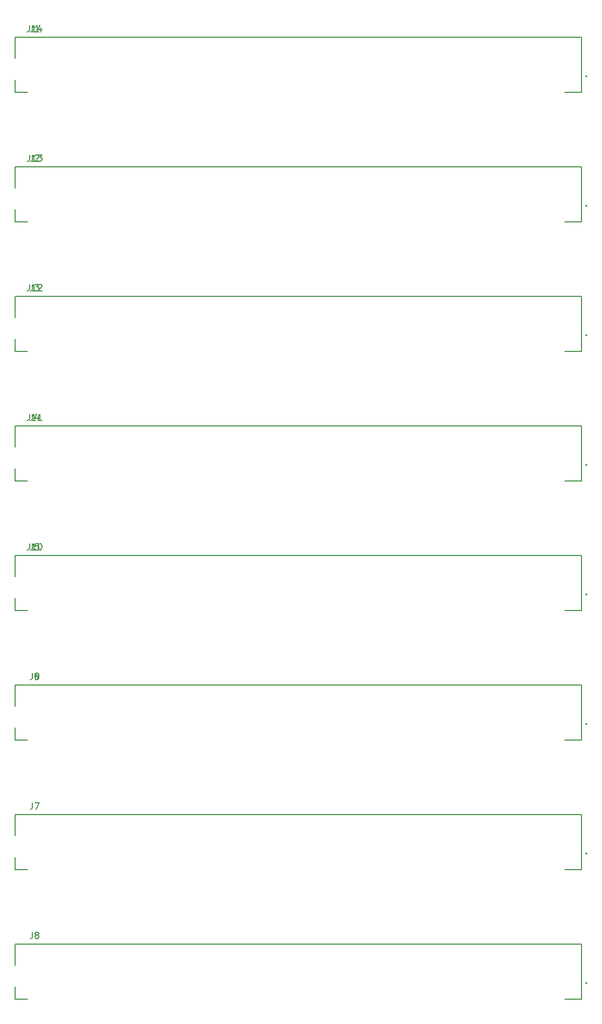
<source format=gbr>
%TF.GenerationSoftware,KiCad,Pcbnew,8.0.0*%
%TF.CreationDate,2024-11-27T22:09:34-06:00*%
%TF.ProjectId,backplane,6261636b-706c-4616-9e65-2e6b69636164,rev?*%
%TF.SameCoordinates,Original*%
%TF.FileFunction,Legend,Top*%
%TF.FilePolarity,Positive*%
%FSLAX46Y46*%
G04 Gerber Fmt 4.6, Leading zero omitted, Abs format (unit mm)*
G04 Created by KiCad (PCBNEW 8.0.0) date 2024-11-27 22:09:34*
%MOMM*%
%LPD*%
G01*
G04 APERTURE LIST*
%ADD10C,0.150000*%
%ADD11C,0.200000*%
G04 APERTURE END LIST*
D10*
X60741666Y-127069819D02*
X60741666Y-127784104D01*
X60741666Y-127784104D02*
X60694047Y-127926961D01*
X60694047Y-127926961D02*
X60598809Y-128022200D01*
X60598809Y-128022200D02*
X60455952Y-128069819D01*
X60455952Y-128069819D02*
X60360714Y-128069819D01*
X61265476Y-128069819D02*
X61455952Y-128069819D01*
X61455952Y-128069819D02*
X61551190Y-128022200D01*
X61551190Y-128022200D02*
X61598809Y-127974580D01*
X61598809Y-127974580D02*
X61694047Y-127831723D01*
X61694047Y-127831723D02*
X61741666Y-127641247D01*
X61741666Y-127641247D02*
X61741666Y-127260295D01*
X61741666Y-127260295D02*
X61694047Y-127165057D01*
X61694047Y-127165057D02*
X61646428Y-127117438D01*
X61646428Y-127117438D02*
X61551190Y-127069819D01*
X61551190Y-127069819D02*
X61360714Y-127069819D01*
X61360714Y-127069819D02*
X61265476Y-127117438D01*
X61265476Y-127117438D02*
X61217857Y-127165057D01*
X61217857Y-127165057D02*
X61170238Y-127260295D01*
X61170238Y-127260295D02*
X61170238Y-127498390D01*
X61170238Y-127498390D02*
X61217857Y-127593628D01*
X61217857Y-127593628D02*
X61265476Y-127641247D01*
X61265476Y-127641247D02*
X61360714Y-127688866D01*
X61360714Y-127688866D02*
X61551190Y-127688866D01*
X61551190Y-127688866D02*
X61646428Y-127641247D01*
X61646428Y-127641247D02*
X61694047Y-127593628D01*
X61694047Y-127593628D02*
X61741666Y-127498390D01*
X60265476Y-106749819D02*
X60265476Y-107464104D01*
X60265476Y-107464104D02*
X60217857Y-107606961D01*
X60217857Y-107606961D02*
X60122619Y-107702200D01*
X60122619Y-107702200D02*
X59979762Y-107749819D01*
X59979762Y-107749819D02*
X59884524Y-107749819D01*
X61265476Y-107749819D02*
X60694048Y-107749819D01*
X60979762Y-107749819D02*
X60979762Y-106749819D01*
X60979762Y-106749819D02*
X60884524Y-106892676D01*
X60884524Y-106892676D02*
X60789286Y-106987914D01*
X60789286Y-106987914D02*
X60694048Y-107035533D01*
X61884524Y-106749819D02*
X61979762Y-106749819D01*
X61979762Y-106749819D02*
X62075000Y-106797438D01*
X62075000Y-106797438D02*
X62122619Y-106845057D01*
X62122619Y-106845057D02*
X62170238Y-106940295D01*
X62170238Y-106940295D02*
X62217857Y-107130771D01*
X62217857Y-107130771D02*
X62217857Y-107368866D01*
X62217857Y-107368866D02*
X62170238Y-107559342D01*
X62170238Y-107559342D02*
X62122619Y-107654580D01*
X62122619Y-107654580D02*
X62075000Y-107702200D01*
X62075000Y-107702200D02*
X61979762Y-107749819D01*
X61979762Y-107749819D02*
X61884524Y-107749819D01*
X61884524Y-107749819D02*
X61789286Y-107702200D01*
X61789286Y-107702200D02*
X61741667Y-107654580D01*
X61741667Y-107654580D02*
X61694048Y-107559342D01*
X61694048Y-107559342D02*
X61646429Y-107368866D01*
X61646429Y-107368866D02*
X61646429Y-107130771D01*
X61646429Y-107130771D02*
X61694048Y-106940295D01*
X61694048Y-106940295D02*
X61741667Y-106845057D01*
X61741667Y-106845057D02*
X61789286Y-106797438D01*
X61789286Y-106797438D02*
X61884524Y-106749819D01*
X60741666Y-66109819D02*
X60741666Y-66824104D01*
X60741666Y-66824104D02*
X60694047Y-66966961D01*
X60694047Y-66966961D02*
X60598809Y-67062200D01*
X60598809Y-67062200D02*
X60455952Y-67109819D01*
X60455952Y-67109819D02*
X60360714Y-67109819D01*
X61122619Y-66109819D02*
X61741666Y-66109819D01*
X61741666Y-66109819D02*
X61408333Y-66490771D01*
X61408333Y-66490771D02*
X61551190Y-66490771D01*
X61551190Y-66490771D02*
X61646428Y-66538390D01*
X61646428Y-66538390D02*
X61694047Y-66586009D01*
X61694047Y-66586009D02*
X61741666Y-66681247D01*
X61741666Y-66681247D02*
X61741666Y-66919342D01*
X61741666Y-66919342D02*
X61694047Y-67014580D01*
X61694047Y-67014580D02*
X61646428Y-67062200D01*
X61646428Y-67062200D02*
X61551190Y-67109819D01*
X61551190Y-67109819D02*
X61265476Y-67109819D01*
X61265476Y-67109819D02*
X61170238Y-67062200D01*
X61170238Y-67062200D02*
X61122619Y-67014580D01*
X60265476Y-45789819D02*
X60265476Y-46504104D01*
X60265476Y-46504104D02*
X60217857Y-46646961D01*
X60217857Y-46646961D02*
X60122619Y-46742200D01*
X60122619Y-46742200D02*
X59979762Y-46789819D01*
X59979762Y-46789819D02*
X59884524Y-46789819D01*
X61265476Y-46789819D02*
X60694048Y-46789819D01*
X60979762Y-46789819D02*
X60979762Y-45789819D01*
X60979762Y-45789819D02*
X60884524Y-45932676D01*
X60884524Y-45932676D02*
X60789286Y-46027914D01*
X60789286Y-46027914D02*
X60694048Y-46075533D01*
X61598810Y-45789819D02*
X62217857Y-45789819D01*
X62217857Y-45789819D02*
X61884524Y-46170771D01*
X61884524Y-46170771D02*
X62027381Y-46170771D01*
X62027381Y-46170771D02*
X62122619Y-46218390D01*
X62122619Y-46218390D02*
X62170238Y-46266009D01*
X62170238Y-46266009D02*
X62217857Y-46361247D01*
X62217857Y-46361247D02*
X62217857Y-46599342D01*
X62217857Y-46599342D02*
X62170238Y-46694580D01*
X62170238Y-46694580D02*
X62122619Y-46742200D01*
X62122619Y-46742200D02*
X62027381Y-46789819D01*
X62027381Y-46789819D02*
X61741667Y-46789819D01*
X61741667Y-46789819D02*
X61646429Y-46742200D01*
X61646429Y-46742200D02*
X61598810Y-46694580D01*
X60741666Y-86429819D02*
X60741666Y-87144104D01*
X60741666Y-87144104D02*
X60694047Y-87286961D01*
X60694047Y-87286961D02*
X60598809Y-87382200D01*
X60598809Y-87382200D02*
X60455952Y-87429819D01*
X60455952Y-87429819D02*
X60360714Y-87429819D01*
X61646428Y-86763152D02*
X61646428Y-87429819D01*
X61408333Y-86382200D02*
X61170238Y-87096485D01*
X61170238Y-87096485D02*
X61789285Y-87096485D01*
X60741666Y-45789819D02*
X60741666Y-46504104D01*
X60741666Y-46504104D02*
X60694047Y-46646961D01*
X60694047Y-46646961D02*
X60598809Y-46742200D01*
X60598809Y-46742200D02*
X60455952Y-46789819D01*
X60455952Y-46789819D02*
X60360714Y-46789819D01*
X61170238Y-45885057D02*
X61217857Y-45837438D01*
X61217857Y-45837438D02*
X61313095Y-45789819D01*
X61313095Y-45789819D02*
X61551190Y-45789819D01*
X61551190Y-45789819D02*
X61646428Y-45837438D01*
X61646428Y-45837438D02*
X61694047Y-45885057D01*
X61694047Y-45885057D02*
X61741666Y-45980295D01*
X61741666Y-45980295D02*
X61741666Y-46075533D01*
X61741666Y-46075533D02*
X61694047Y-46218390D01*
X61694047Y-46218390D02*
X61122619Y-46789819D01*
X61122619Y-46789819D02*
X61741666Y-46789819D01*
X60265476Y-66109819D02*
X60265476Y-66824104D01*
X60265476Y-66824104D02*
X60217857Y-66966961D01*
X60217857Y-66966961D02*
X60122619Y-67062200D01*
X60122619Y-67062200D02*
X59979762Y-67109819D01*
X59979762Y-67109819D02*
X59884524Y-67109819D01*
X61265476Y-67109819D02*
X60694048Y-67109819D01*
X60979762Y-67109819D02*
X60979762Y-66109819D01*
X60979762Y-66109819D02*
X60884524Y-66252676D01*
X60884524Y-66252676D02*
X60789286Y-66347914D01*
X60789286Y-66347914D02*
X60694048Y-66395533D01*
X61646429Y-66205057D02*
X61694048Y-66157438D01*
X61694048Y-66157438D02*
X61789286Y-66109819D01*
X61789286Y-66109819D02*
X62027381Y-66109819D01*
X62027381Y-66109819D02*
X62122619Y-66157438D01*
X62122619Y-66157438D02*
X62170238Y-66205057D01*
X62170238Y-66205057D02*
X62217857Y-66300295D01*
X62217857Y-66300295D02*
X62217857Y-66395533D01*
X62217857Y-66395533D02*
X62170238Y-66538390D01*
X62170238Y-66538390D02*
X61598810Y-67109819D01*
X61598810Y-67109819D02*
X62217857Y-67109819D01*
X60741666Y-106749819D02*
X60741666Y-107464104D01*
X60741666Y-107464104D02*
X60694047Y-107606961D01*
X60694047Y-107606961D02*
X60598809Y-107702200D01*
X60598809Y-107702200D02*
X60455952Y-107749819D01*
X60455952Y-107749819D02*
X60360714Y-107749819D01*
X61694047Y-106749819D02*
X61217857Y-106749819D01*
X61217857Y-106749819D02*
X61170238Y-107226009D01*
X61170238Y-107226009D02*
X61217857Y-107178390D01*
X61217857Y-107178390D02*
X61313095Y-107130771D01*
X61313095Y-107130771D02*
X61551190Y-107130771D01*
X61551190Y-107130771D02*
X61646428Y-107178390D01*
X61646428Y-107178390D02*
X61694047Y-107226009D01*
X61694047Y-107226009D02*
X61741666Y-107321247D01*
X61741666Y-107321247D02*
X61741666Y-107559342D01*
X61741666Y-107559342D02*
X61694047Y-107654580D01*
X61694047Y-107654580D02*
X61646428Y-107702200D01*
X61646428Y-107702200D02*
X61551190Y-107749819D01*
X61551190Y-107749819D02*
X61313095Y-107749819D01*
X61313095Y-107749819D02*
X61217857Y-107702200D01*
X61217857Y-107702200D02*
X61170238Y-107654580D01*
X60741666Y-127069819D02*
X60741666Y-127784104D01*
X60741666Y-127784104D02*
X60694047Y-127926961D01*
X60694047Y-127926961D02*
X60598809Y-128022200D01*
X60598809Y-128022200D02*
X60455952Y-128069819D01*
X60455952Y-128069819D02*
X60360714Y-128069819D01*
X61646428Y-127069819D02*
X61455952Y-127069819D01*
X61455952Y-127069819D02*
X61360714Y-127117438D01*
X61360714Y-127117438D02*
X61313095Y-127165057D01*
X61313095Y-127165057D02*
X61217857Y-127307914D01*
X61217857Y-127307914D02*
X61170238Y-127498390D01*
X61170238Y-127498390D02*
X61170238Y-127879342D01*
X61170238Y-127879342D02*
X61217857Y-127974580D01*
X61217857Y-127974580D02*
X61265476Y-128022200D01*
X61265476Y-128022200D02*
X61360714Y-128069819D01*
X61360714Y-128069819D02*
X61551190Y-128069819D01*
X61551190Y-128069819D02*
X61646428Y-128022200D01*
X61646428Y-128022200D02*
X61694047Y-127974580D01*
X61694047Y-127974580D02*
X61741666Y-127879342D01*
X61741666Y-127879342D02*
X61741666Y-127641247D01*
X61741666Y-127641247D02*
X61694047Y-127546009D01*
X61694047Y-127546009D02*
X61646428Y-127498390D01*
X61646428Y-127498390D02*
X61551190Y-127450771D01*
X61551190Y-127450771D02*
X61360714Y-127450771D01*
X61360714Y-127450771D02*
X61265476Y-127498390D01*
X61265476Y-127498390D02*
X61217857Y-127546009D01*
X61217857Y-127546009D02*
X61170238Y-127641247D01*
X60741666Y-167709819D02*
X60741666Y-168424104D01*
X60741666Y-168424104D02*
X60694047Y-168566961D01*
X60694047Y-168566961D02*
X60598809Y-168662200D01*
X60598809Y-168662200D02*
X60455952Y-168709819D01*
X60455952Y-168709819D02*
X60360714Y-168709819D01*
X61360714Y-168138390D02*
X61265476Y-168090771D01*
X61265476Y-168090771D02*
X61217857Y-168043152D01*
X61217857Y-168043152D02*
X61170238Y-167947914D01*
X61170238Y-167947914D02*
X61170238Y-167900295D01*
X61170238Y-167900295D02*
X61217857Y-167805057D01*
X61217857Y-167805057D02*
X61265476Y-167757438D01*
X61265476Y-167757438D02*
X61360714Y-167709819D01*
X61360714Y-167709819D02*
X61551190Y-167709819D01*
X61551190Y-167709819D02*
X61646428Y-167757438D01*
X61646428Y-167757438D02*
X61694047Y-167805057D01*
X61694047Y-167805057D02*
X61741666Y-167900295D01*
X61741666Y-167900295D02*
X61741666Y-167947914D01*
X61741666Y-167947914D02*
X61694047Y-168043152D01*
X61694047Y-168043152D02*
X61646428Y-168090771D01*
X61646428Y-168090771D02*
X61551190Y-168138390D01*
X61551190Y-168138390D02*
X61360714Y-168138390D01*
X61360714Y-168138390D02*
X61265476Y-168186009D01*
X61265476Y-168186009D02*
X61217857Y-168233628D01*
X61217857Y-168233628D02*
X61170238Y-168328866D01*
X61170238Y-168328866D02*
X61170238Y-168519342D01*
X61170238Y-168519342D02*
X61217857Y-168614580D01*
X61217857Y-168614580D02*
X61265476Y-168662200D01*
X61265476Y-168662200D02*
X61360714Y-168709819D01*
X61360714Y-168709819D02*
X61551190Y-168709819D01*
X61551190Y-168709819D02*
X61646428Y-168662200D01*
X61646428Y-168662200D02*
X61694047Y-168614580D01*
X61694047Y-168614580D02*
X61741666Y-168519342D01*
X61741666Y-168519342D02*
X61741666Y-168328866D01*
X61741666Y-168328866D02*
X61694047Y-168233628D01*
X61694047Y-168233628D02*
X61646428Y-168186009D01*
X61646428Y-168186009D02*
X61551190Y-168138390D01*
X60265476Y-25469819D02*
X60265476Y-26184104D01*
X60265476Y-26184104D02*
X60217857Y-26326961D01*
X60217857Y-26326961D02*
X60122619Y-26422200D01*
X60122619Y-26422200D02*
X59979762Y-26469819D01*
X59979762Y-26469819D02*
X59884524Y-26469819D01*
X61265476Y-26469819D02*
X60694048Y-26469819D01*
X60979762Y-26469819D02*
X60979762Y-25469819D01*
X60979762Y-25469819D02*
X60884524Y-25612676D01*
X60884524Y-25612676D02*
X60789286Y-25707914D01*
X60789286Y-25707914D02*
X60694048Y-25755533D01*
X62122619Y-25803152D02*
X62122619Y-26469819D01*
X61884524Y-25422200D02*
X61646429Y-26136485D01*
X61646429Y-26136485D02*
X62265476Y-26136485D01*
X60741666Y-25469819D02*
X60741666Y-26184104D01*
X60741666Y-26184104D02*
X60694047Y-26326961D01*
X60694047Y-26326961D02*
X60598809Y-26422200D01*
X60598809Y-26422200D02*
X60455952Y-26469819D01*
X60455952Y-26469819D02*
X60360714Y-26469819D01*
X61741666Y-26469819D02*
X61170238Y-26469819D01*
X61455952Y-26469819D02*
X61455952Y-25469819D01*
X61455952Y-25469819D02*
X61360714Y-25612676D01*
X61360714Y-25612676D02*
X61265476Y-25707914D01*
X61265476Y-25707914D02*
X61170238Y-25755533D01*
X60265476Y-86429819D02*
X60265476Y-87144104D01*
X60265476Y-87144104D02*
X60217857Y-87286961D01*
X60217857Y-87286961D02*
X60122619Y-87382200D01*
X60122619Y-87382200D02*
X59979762Y-87429819D01*
X59979762Y-87429819D02*
X59884524Y-87429819D01*
X61265476Y-87429819D02*
X60694048Y-87429819D01*
X60979762Y-87429819D02*
X60979762Y-86429819D01*
X60979762Y-86429819D02*
X60884524Y-86572676D01*
X60884524Y-86572676D02*
X60789286Y-86667914D01*
X60789286Y-86667914D02*
X60694048Y-86715533D01*
X62217857Y-87429819D02*
X61646429Y-87429819D01*
X61932143Y-87429819D02*
X61932143Y-86429819D01*
X61932143Y-86429819D02*
X61836905Y-86572676D01*
X61836905Y-86572676D02*
X61741667Y-86667914D01*
X61741667Y-86667914D02*
X61646429Y-86715533D01*
X60741666Y-147389819D02*
X60741666Y-148104104D01*
X60741666Y-148104104D02*
X60694047Y-148246961D01*
X60694047Y-148246961D02*
X60598809Y-148342200D01*
X60598809Y-148342200D02*
X60455952Y-148389819D01*
X60455952Y-148389819D02*
X60360714Y-148389819D01*
X61122619Y-147389819D02*
X61789285Y-147389819D01*
X61789285Y-147389819D02*
X61360714Y-148389819D01*
D11*
%TO.C,J9*%
X58000000Y-128950000D02*
X147000000Y-128950000D01*
X58000000Y-132250000D02*
X58000000Y-128950000D01*
X58000000Y-137560000D02*
X58000000Y-135650000D01*
X59950000Y-137560000D02*
X58000000Y-137560000D01*
X147000000Y-128950000D02*
X147000000Y-137560000D01*
X147000000Y-137560000D02*
X144350000Y-137560000D01*
X147850000Y-135050000D02*
G75*
G02*
X147650000Y-135050000I-100000J0D01*
G01*
X147650000Y-135050000D02*
G75*
G02*
X147850000Y-135050000I100000J0D01*
G01*
%TO.C,J10*%
X58000000Y-108630000D02*
X147000000Y-108630000D01*
X58000000Y-111930000D02*
X58000000Y-108630000D01*
X58000000Y-117240000D02*
X58000000Y-115330000D01*
X59950000Y-117240000D02*
X58000000Y-117240000D01*
X147000000Y-108630000D02*
X147000000Y-117240000D01*
X147000000Y-117240000D02*
X144350000Y-117240000D01*
X147850000Y-114730000D02*
G75*
G02*
X147650000Y-114730000I-100000J0D01*
G01*
X147650000Y-114730000D02*
G75*
G02*
X147850000Y-114730000I100000J0D01*
G01*
%TO.C,J3*%
X58000000Y-67990000D02*
X147000000Y-67990000D01*
X58000000Y-71290000D02*
X58000000Y-67990000D01*
X58000000Y-76600000D02*
X58000000Y-74690000D01*
X59950000Y-76600000D02*
X58000000Y-76600000D01*
X147000000Y-67990000D02*
X147000000Y-76600000D01*
X147000000Y-76600000D02*
X144350000Y-76600000D01*
X147850000Y-74090000D02*
G75*
G02*
X147650000Y-74090000I-100000J0D01*
G01*
X147650000Y-74090000D02*
G75*
G02*
X147850000Y-74090000I100000J0D01*
G01*
%TO.C,J13*%
X58000000Y-47670000D02*
X147000000Y-47670000D01*
X58000000Y-50970000D02*
X58000000Y-47670000D01*
X58000000Y-56280000D02*
X58000000Y-54370000D01*
X59950000Y-56280000D02*
X58000000Y-56280000D01*
X147000000Y-47670000D02*
X147000000Y-56280000D01*
X147000000Y-56280000D02*
X144350000Y-56280000D01*
X147850000Y-53770000D02*
G75*
G02*
X147650000Y-53770000I-100000J0D01*
G01*
X147650000Y-53770000D02*
G75*
G02*
X147850000Y-53770000I100000J0D01*
G01*
%TO.C,J4*%
X58000000Y-88310000D02*
X147000000Y-88310000D01*
X58000000Y-91610000D02*
X58000000Y-88310000D01*
X58000000Y-96920000D02*
X58000000Y-95010000D01*
X59950000Y-96920000D02*
X58000000Y-96920000D01*
X147000000Y-88310000D02*
X147000000Y-96920000D01*
X147000000Y-96920000D02*
X144350000Y-96920000D01*
X147850000Y-94410000D02*
G75*
G02*
X147650000Y-94410000I-100000J0D01*
G01*
X147650000Y-94410000D02*
G75*
G02*
X147850000Y-94410000I100000J0D01*
G01*
%TO.C,J2*%
X58000000Y-47670000D02*
X147000000Y-47670000D01*
X58000000Y-50970000D02*
X58000000Y-47670000D01*
X58000000Y-56280000D02*
X58000000Y-54370000D01*
X59950000Y-56280000D02*
X58000000Y-56280000D01*
X147000000Y-47670000D02*
X147000000Y-56280000D01*
X147000000Y-56280000D02*
X144350000Y-56280000D01*
X147850000Y-53770000D02*
G75*
G02*
X147650000Y-53770000I-100000J0D01*
G01*
X147650000Y-53770000D02*
G75*
G02*
X147850000Y-53770000I100000J0D01*
G01*
%TO.C,J12*%
X58000000Y-67990000D02*
X147000000Y-67990000D01*
X58000000Y-71290000D02*
X58000000Y-67990000D01*
X58000000Y-76600000D02*
X58000000Y-74690000D01*
X59950000Y-76600000D02*
X58000000Y-76600000D01*
X147000000Y-67990000D02*
X147000000Y-76600000D01*
X147000000Y-76600000D02*
X144350000Y-76600000D01*
X147850000Y-74090000D02*
G75*
G02*
X147650000Y-74090000I-100000J0D01*
G01*
X147650000Y-74090000D02*
G75*
G02*
X147850000Y-74090000I100000J0D01*
G01*
%TO.C,J5*%
X58000000Y-108630000D02*
X147000000Y-108630000D01*
X58000000Y-111930000D02*
X58000000Y-108630000D01*
X58000000Y-117240000D02*
X58000000Y-115330000D01*
X59950000Y-117240000D02*
X58000000Y-117240000D01*
X147000000Y-108630000D02*
X147000000Y-117240000D01*
X147000000Y-117240000D02*
X144350000Y-117240000D01*
X147850000Y-114730000D02*
G75*
G02*
X147650000Y-114730000I-100000J0D01*
G01*
X147650000Y-114730000D02*
G75*
G02*
X147850000Y-114730000I100000J0D01*
G01*
%TO.C,J6*%
X58000000Y-128950000D02*
X147000000Y-128950000D01*
X58000000Y-132250000D02*
X58000000Y-128950000D01*
X58000000Y-137560000D02*
X58000000Y-135650000D01*
X59950000Y-137560000D02*
X58000000Y-137560000D01*
X147000000Y-128950000D02*
X147000000Y-137560000D01*
X147000000Y-137560000D02*
X144350000Y-137560000D01*
X147850000Y-135050000D02*
G75*
G02*
X147650000Y-135050000I-100000J0D01*
G01*
X147650000Y-135050000D02*
G75*
G02*
X147850000Y-135050000I100000J0D01*
G01*
%TO.C,J8*%
X58000000Y-169590000D02*
X147000000Y-169590000D01*
X58000000Y-172890000D02*
X58000000Y-169590000D01*
X58000000Y-178200000D02*
X58000000Y-176290000D01*
X59950000Y-178200000D02*
X58000000Y-178200000D01*
X147000000Y-169590000D02*
X147000000Y-178200000D01*
X147000000Y-178200000D02*
X144350000Y-178200000D01*
X147850000Y-175690000D02*
G75*
G02*
X147650000Y-175690000I-100000J0D01*
G01*
X147650000Y-175690000D02*
G75*
G02*
X147850000Y-175690000I100000J0D01*
G01*
%TO.C,J14*%
X58000000Y-27350000D02*
X147000000Y-27350000D01*
X58000000Y-30650000D02*
X58000000Y-27350000D01*
X58000000Y-35960000D02*
X58000000Y-34050000D01*
X59950000Y-35960000D02*
X58000000Y-35960000D01*
X147000000Y-27350000D02*
X147000000Y-35960000D01*
X147000000Y-35960000D02*
X144350000Y-35960000D01*
X147850000Y-33450000D02*
G75*
G02*
X147650000Y-33450000I-100000J0D01*
G01*
X147650000Y-33450000D02*
G75*
G02*
X147850000Y-33450000I100000J0D01*
G01*
%TO.C,J1*%
X58000000Y-27350000D02*
X147000000Y-27350000D01*
X58000000Y-30650000D02*
X58000000Y-27350000D01*
X58000000Y-35960000D02*
X58000000Y-34050000D01*
X59950000Y-35960000D02*
X58000000Y-35960000D01*
X147000000Y-27350000D02*
X147000000Y-35960000D01*
X147000000Y-35960000D02*
X144350000Y-35960000D01*
X147850000Y-33450000D02*
G75*
G02*
X147650000Y-33450000I-100000J0D01*
G01*
X147650000Y-33450000D02*
G75*
G02*
X147850000Y-33450000I100000J0D01*
G01*
%TO.C,J11*%
X58000000Y-88310000D02*
X147000000Y-88310000D01*
X58000000Y-91610000D02*
X58000000Y-88310000D01*
X58000000Y-96920000D02*
X58000000Y-95010000D01*
X59950000Y-96920000D02*
X58000000Y-96920000D01*
X147000000Y-88310000D02*
X147000000Y-96920000D01*
X147000000Y-96920000D02*
X144350000Y-96920000D01*
X147850000Y-94410000D02*
G75*
G02*
X147650000Y-94410000I-100000J0D01*
G01*
X147650000Y-94410000D02*
G75*
G02*
X147850000Y-94410000I100000J0D01*
G01*
%TO.C,J7*%
X58000000Y-149270000D02*
X147000000Y-149270000D01*
X58000000Y-152570000D02*
X58000000Y-149270000D01*
X58000000Y-157880000D02*
X58000000Y-155970000D01*
X59950000Y-157880000D02*
X58000000Y-157880000D01*
X147000000Y-149270000D02*
X147000000Y-157880000D01*
X147000000Y-157880000D02*
X144350000Y-157880000D01*
X147850000Y-155370000D02*
G75*
G02*
X147650000Y-155370000I-100000J0D01*
G01*
X147650000Y-155370000D02*
G75*
G02*
X147850000Y-155370000I100000J0D01*
G01*
%TD*%
M02*

</source>
